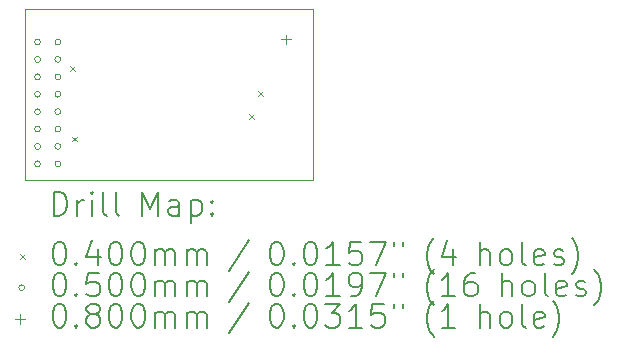
<source format=gbr>
%TF.GenerationSoftware,KiCad,Pcbnew,(7.0.0)*%
%TF.CreationDate,2023-10-24T10:40:37-04:00*%
%TF.ProjectId,Adc Adapter,41646320-4164-4617-9074-65722e6b6963,rev?*%
%TF.SameCoordinates,Original*%
%TF.FileFunction,Drillmap*%
%TF.FilePolarity,Positive*%
%FSLAX45Y45*%
G04 Gerber Fmt 4.5, Leading zero omitted, Abs format (unit mm)*
G04 Created by KiCad (PCBNEW (7.0.0)) date 2023-10-24 10:40:37*
%MOMM*%
%LPD*%
G01*
G04 APERTURE LIST*
%ADD10C,0.100000*%
%ADD11C,0.200000*%
%ADD12C,0.040000*%
%ADD13C,0.050000*%
%ADD14C,0.080000*%
G04 APERTURE END LIST*
D10*
X10487660Y-5999480D02*
X12920980Y-5999480D01*
X12920980Y-5999480D02*
X12920980Y-7452360D01*
X12920980Y-7452360D02*
X10487660Y-7452360D01*
X10487660Y-7452360D02*
X10487660Y-5999480D01*
D11*
D12*
X10868980Y-6484940D02*
X10908980Y-6524940D01*
X10908980Y-6484940D02*
X10868980Y-6524940D01*
X10886760Y-7081840D02*
X10926760Y-7121840D01*
X10926760Y-7081840D02*
X10886760Y-7121840D01*
X12382820Y-6888800D02*
X12422820Y-6928800D01*
X12422820Y-6888800D02*
X12382820Y-6928800D01*
X12461560Y-6698300D02*
X12501560Y-6738300D01*
X12501560Y-6698300D02*
X12461560Y-6738300D01*
D13*
X10616910Y-6281239D02*
G75*
G03*
X10616910Y-6281239I-25000J0D01*
G01*
X10616910Y-6428559D02*
G75*
G03*
X10616910Y-6428559I-25000J0D01*
G01*
X10616910Y-6575879D02*
G75*
G03*
X10616910Y-6575879I-25000J0D01*
G01*
X10616910Y-6723199D02*
G75*
G03*
X10616910Y-6723199I-25000J0D01*
G01*
X10616910Y-6870519D02*
G75*
G03*
X10616910Y-6870519I-25000J0D01*
G01*
X10616910Y-7017839D02*
G75*
G03*
X10616910Y-7017839I-25000J0D01*
G01*
X10616910Y-7165159D02*
G75*
G03*
X10616910Y-7165159I-25000J0D01*
G01*
X10616910Y-7312479D02*
G75*
G03*
X10616910Y-7312479I-25000J0D01*
G01*
X10789410Y-6281239D02*
G75*
G03*
X10789410Y-6281239I-25000J0D01*
G01*
X10789410Y-6428559D02*
G75*
G03*
X10789410Y-6428559I-25000J0D01*
G01*
X10789410Y-6575879D02*
G75*
G03*
X10789410Y-6575879I-25000J0D01*
G01*
X10789410Y-6723199D02*
G75*
G03*
X10789410Y-6723199I-25000J0D01*
G01*
X10789410Y-6870519D02*
G75*
G03*
X10789410Y-6870519I-25000J0D01*
G01*
X10789410Y-7017839D02*
G75*
G03*
X10789410Y-7017839I-25000J0D01*
G01*
X10789410Y-7165159D02*
G75*
G03*
X10789410Y-7165159I-25000J0D01*
G01*
X10789410Y-7312479D02*
G75*
G03*
X10789410Y-7312479I-25000J0D01*
G01*
D14*
X12694920Y-6218560D02*
X12694920Y-6298560D01*
X12654920Y-6258560D02*
X12734920Y-6258560D01*
D11*
X10730279Y-7750836D02*
X10730279Y-7550836D01*
X10730279Y-7550836D02*
X10777898Y-7550836D01*
X10777898Y-7550836D02*
X10806470Y-7560360D01*
X10806470Y-7560360D02*
X10825517Y-7579408D01*
X10825517Y-7579408D02*
X10835041Y-7598455D01*
X10835041Y-7598455D02*
X10844565Y-7636550D01*
X10844565Y-7636550D02*
X10844565Y-7665122D01*
X10844565Y-7665122D02*
X10835041Y-7703217D01*
X10835041Y-7703217D02*
X10825517Y-7722265D01*
X10825517Y-7722265D02*
X10806470Y-7741312D01*
X10806470Y-7741312D02*
X10777898Y-7750836D01*
X10777898Y-7750836D02*
X10730279Y-7750836D01*
X10930279Y-7750836D02*
X10930279Y-7617503D01*
X10930279Y-7655598D02*
X10939803Y-7636550D01*
X10939803Y-7636550D02*
X10949327Y-7627027D01*
X10949327Y-7627027D02*
X10968374Y-7617503D01*
X10968374Y-7617503D02*
X10987422Y-7617503D01*
X11054089Y-7750836D02*
X11054089Y-7617503D01*
X11054089Y-7550836D02*
X11044565Y-7560360D01*
X11044565Y-7560360D02*
X11054089Y-7569884D01*
X11054089Y-7569884D02*
X11063612Y-7560360D01*
X11063612Y-7560360D02*
X11054089Y-7550836D01*
X11054089Y-7550836D02*
X11054089Y-7569884D01*
X11177898Y-7750836D02*
X11158850Y-7741312D01*
X11158850Y-7741312D02*
X11149327Y-7722265D01*
X11149327Y-7722265D02*
X11149327Y-7550836D01*
X11282660Y-7750836D02*
X11263612Y-7741312D01*
X11263612Y-7741312D02*
X11254088Y-7722265D01*
X11254088Y-7722265D02*
X11254088Y-7550836D01*
X11478850Y-7750836D02*
X11478850Y-7550836D01*
X11478850Y-7550836D02*
X11545517Y-7693693D01*
X11545517Y-7693693D02*
X11612184Y-7550836D01*
X11612184Y-7550836D02*
X11612184Y-7750836D01*
X11793136Y-7750836D02*
X11793136Y-7646074D01*
X11793136Y-7646074D02*
X11783612Y-7627027D01*
X11783612Y-7627027D02*
X11764565Y-7617503D01*
X11764565Y-7617503D02*
X11726469Y-7617503D01*
X11726469Y-7617503D02*
X11707422Y-7627027D01*
X11793136Y-7741312D02*
X11774088Y-7750836D01*
X11774088Y-7750836D02*
X11726469Y-7750836D01*
X11726469Y-7750836D02*
X11707422Y-7741312D01*
X11707422Y-7741312D02*
X11697898Y-7722265D01*
X11697898Y-7722265D02*
X11697898Y-7703217D01*
X11697898Y-7703217D02*
X11707422Y-7684169D01*
X11707422Y-7684169D02*
X11726469Y-7674646D01*
X11726469Y-7674646D02*
X11774088Y-7674646D01*
X11774088Y-7674646D02*
X11793136Y-7665122D01*
X11888374Y-7617503D02*
X11888374Y-7817503D01*
X11888374Y-7627027D02*
X11907422Y-7617503D01*
X11907422Y-7617503D02*
X11945517Y-7617503D01*
X11945517Y-7617503D02*
X11964565Y-7627027D01*
X11964565Y-7627027D02*
X11974088Y-7636550D01*
X11974088Y-7636550D02*
X11983612Y-7655598D01*
X11983612Y-7655598D02*
X11983612Y-7712741D01*
X11983612Y-7712741D02*
X11974088Y-7731788D01*
X11974088Y-7731788D02*
X11964565Y-7741312D01*
X11964565Y-7741312D02*
X11945517Y-7750836D01*
X11945517Y-7750836D02*
X11907422Y-7750836D01*
X11907422Y-7750836D02*
X11888374Y-7741312D01*
X12069327Y-7731788D02*
X12078850Y-7741312D01*
X12078850Y-7741312D02*
X12069327Y-7750836D01*
X12069327Y-7750836D02*
X12059803Y-7741312D01*
X12059803Y-7741312D02*
X12069327Y-7731788D01*
X12069327Y-7731788D02*
X12069327Y-7750836D01*
X12069327Y-7627027D02*
X12078850Y-7636550D01*
X12078850Y-7636550D02*
X12069327Y-7646074D01*
X12069327Y-7646074D02*
X12059803Y-7636550D01*
X12059803Y-7636550D02*
X12069327Y-7627027D01*
X12069327Y-7627027D02*
X12069327Y-7646074D01*
D12*
X10442660Y-8077360D02*
X10482660Y-8117360D01*
X10482660Y-8077360D02*
X10442660Y-8117360D01*
D11*
X10768374Y-7970836D02*
X10787422Y-7970836D01*
X10787422Y-7970836D02*
X10806470Y-7980360D01*
X10806470Y-7980360D02*
X10815993Y-7989884D01*
X10815993Y-7989884D02*
X10825517Y-8008931D01*
X10825517Y-8008931D02*
X10835041Y-8047027D01*
X10835041Y-8047027D02*
X10835041Y-8094646D01*
X10835041Y-8094646D02*
X10825517Y-8132741D01*
X10825517Y-8132741D02*
X10815993Y-8151788D01*
X10815993Y-8151788D02*
X10806470Y-8161312D01*
X10806470Y-8161312D02*
X10787422Y-8170836D01*
X10787422Y-8170836D02*
X10768374Y-8170836D01*
X10768374Y-8170836D02*
X10749327Y-8161312D01*
X10749327Y-8161312D02*
X10739803Y-8151788D01*
X10739803Y-8151788D02*
X10730279Y-8132741D01*
X10730279Y-8132741D02*
X10720755Y-8094646D01*
X10720755Y-8094646D02*
X10720755Y-8047027D01*
X10720755Y-8047027D02*
X10730279Y-8008931D01*
X10730279Y-8008931D02*
X10739803Y-7989884D01*
X10739803Y-7989884D02*
X10749327Y-7980360D01*
X10749327Y-7980360D02*
X10768374Y-7970836D01*
X10920755Y-8151788D02*
X10930279Y-8161312D01*
X10930279Y-8161312D02*
X10920755Y-8170836D01*
X10920755Y-8170836D02*
X10911231Y-8161312D01*
X10911231Y-8161312D02*
X10920755Y-8151788D01*
X10920755Y-8151788D02*
X10920755Y-8170836D01*
X11101708Y-8037503D02*
X11101708Y-8170836D01*
X11054089Y-7961312D02*
X11006470Y-8104169D01*
X11006470Y-8104169D02*
X11130279Y-8104169D01*
X11244565Y-7970836D02*
X11263612Y-7970836D01*
X11263612Y-7970836D02*
X11282660Y-7980360D01*
X11282660Y-7980360D02*
X11292184Y-7989884D01*
X11292184Y-7989884D02*
X11301708Y-8008931D01*
X11301708Y-8008931D02*
X11311231Y-8047027D01*
X11311231Y-8047027D02*
X11311231Y-8094646D01*
X11311231Y-8094646D02*
X11301708Y-8132741D01*
X11301708Y-8132741D02*
X11292184Y-8151788D01*
X11292184Y-8151788D02*
X11282660Y-8161312D01*
X11282660Y-8161312D02*
X11263612Y-8170836D01*
X11263612Y-8170836D02*
X11244565Y-8170836D01*
X11244565Y-8170836D02*
X11225517Y-8161312D01*
X11225517Y-8161312D02*
X11215993Y-8151788D01*
X11215993Y-8151788D02*
X11206469Y-8132741D01*
X11206469Y-8132741D02*
X11196946Y-8094646D01*
X11196946Y-8094646D02*
X11196946Y-8047027D01*
X11196946Y-8047027D02*
X11206469Y-8008931D01*
X11206469Y-8008931D02*
X11215993Y-7989884D01*
X11215993Y-7989884D02*
X11225517Y-7980360D01*
X11225517Y-7980360D02*
X11244565Y-7970836D01*
X11435041Y-7970836D02*
X11454089Y-7970836D01*
X11454089Y-7970836D02*
X11473136Y-7980360D01*
X11473136Y-7980360D02*
X11482660Y-7989884D01*
X11482660Y-7989884D02*
X11492184Y-8008931D01*
X11492184Y-8008931D02*
X11501708Y-8047027D01*
X11501708Y-8047027D02*
X11501708Y-8094646D01*
X11501708Y-8094646D02*
X11492184Y-8132741D01*
X11492184Y-8132741D02*
X11482660Y-8151788D01*
X11482660Y-8151788D02*
X11473136Y-8161312D01*
X11473136Y-8161312D02*
X11454089Y-8170836D01*
X11454089Y-8170836D02*
X11435041Y-8170836D01*
X11435041Y-8170836D02*
X11415993Y-8161312D01*
X11415993Y-8161312D02*
X11406469Y-8151788D01*
X11406469Y-8151788D02*
X11396946Y-8132741D01*
X11396946Y-8132741D02*
X11387422Y-8094646D01*
X11387422Y-8094646D02*
X11387422Y-8047027D01*
X11387422Y-8047027D02*
X11396946Y-8008931D01*
X11396946Y-8008931D02*
X11406469Y-7989884D01*
X11406469Y-7989884D02*
X11415993Y-7980360D01*
X11415993Y-7980360D02*
X11435041Y-7970836D01*
X11587422Y-8170836D02*
X11587422Y-8037503D01*
X11587422Y-8056550D02*
X11596946Y-8047027D01*
X11596946Y-8047027D02*
X11615993Y-8037503D01*
X11615993Y-8037503D02*
X11644565Y-8037503D01*
X11644565Y-8037503D02*
X11663612Y-8047027D01*
X11663612Y-8047027D02*
X11673136Y-8066074D01*
X11673136Y-8066074D02*
X11673136Y-8170836D01*
X11673136Y-8066074D02*
X11682660Y-8047027D01*
X11682660Y-8047027D02*
X11701708Y-8037503D01*
X11701708Y-8037503D02*
X11730279Y-8037503D01*
X11730279Y-8037503D02*
X11749327Y-8047027D01*
X11749327Y-8047027D02*
X11758850Y-8066074D01*
X11758850Y-8066074D02*
X11758850Y-8170836D01*
X11854089Y-8170836D02*
X11854089Y-8037503D01*
X11854089Y-8056550D02*
X11863612Y-8047027D01*
X11863612Y-8047027D02*
X11882660Y-8037503D01*
X11882660Y-8037503D02*
X11911231Y-8037503D01*
X11911231Y-8037503D02*
X11930279Y-8047027D01*
X11930279Y-8047027D02*
X11939803Y-8066074D01*
X11939803Y-8066074D02*
X11939803Y-8170836D01*
X11939803Y-8066074D02*
X11949327Y-8047027D01*
X11949327Y-8047027D02*
X11968374Y-8037503D01*
X11968374Y-8037503D02*
X11996946Y-8037503D01*
X11996946Y-8037503D02*
X12015993Y-8047027D01*
X12015993Y-8047027D02*
X12025517Y-8066074D01*
X12025517Y-8066074D02*
X12025517Y-8170836D01*
X12383612Y-7961312D02*
X12212184Y-8218455D01*
X12608374Y-7970836D02*
X12627422Y-7970836D01*
X12627422Y-7970836D02*
X12646470Y-7980360D01*
X12646470Y-7980360D02*
X12655993Y-7989884D01*
X12655993Y-7989884D02*
X12665517Y-8008931D01*
X12665517Y-8008931D02*
X12675041Y-8047027D01*
X12675041Y-8047027D02*
X12675041Y-8094646D01*
X12675041Y-8094646D02*
X12665517Y-8132741D01*
X12665517Y-8132741D02*
X12655993Y-8151788D01*
X12655993Y-8151788D02*
X12646470Y-8161312D01*
X12646470Y-8161312D02*
X12627422Y-8170836D01*
X12627422Y-8170836D02*
X12608374Y-8170836D01*
X12608374Y-8170836D02*
X12589327Y-8161312D01*
X12589327Y-8161312D02*
X12579803Y-8151788D01*
X12579803Y-8151788D02*
X12570279Y-8132741D01*
X12570279Y-8132741D02*
X12560755Y-8094646D01*
X12560755Y-8094646D02*
X12560755Y-8047027D01*
X12560755Y-8047027D02*
X12570279Y-8008931D01*
X12570279Y-8008931D02*
X12579803Y-7989884D01*
X12579803Y-7989884D02*
X12589327Y-7980360D01*
X12589327Y-7980360D02*
X12608374Y-7970836D01*
X12760755Y-8151788D02*
X12770279Y-8161312D01*
X12770279Y-8161312D02*
X12760755Y-8170836D01*
X12760755Y-8170836D02*
X12751231Y-8161312D01*
X12751231Y-8161312D02*
X12760755Y-8151788D01*
X12760755Y-8151788D02*
X12760755Y-8170836D01*
X12894089Y-7970836D02*
X12913136Y-7970836D01*
X12913136Y-7970836D02*
X12932184Y-7980360D01*
X12932184Y-7980360D02*
X12941708Y-7989884D01*
X12941708Y-7989884D02*
X12951231Y-8008931D01*
X12951231Y-8008931D02*
X12960755Y-8047027D01*
X12960755Y-8047027D02*
X12960755Y-8094646D01*
X12960755Y-8094646D02*
X12951231Y-8132741D01*
X12951231Y-8132741D02*
X12941708Y-8151788D01*
X12941708Y-8151788D02*
X12932184Y-8161312D01*
X12932184Y-8161312D02*
X12913136Y-8170836D01*
X12913136Y-8170836D02*
X12894089Y-8170836D01*
X12894089Y-8170836D02*
X12875041Y-8161312D01*
X12875041Y-8161312D02*
X12865517Y-8151788D01*
X12865517Y-8151788D02*
X12855993Y-8132741D01*
X12855993Y-8132741D02*
X12846470Y-8094646D01*
X12846470Y-8094646D02*
X12846470Y-8047027D01*
X12846470Y-8047027D02*
X12855993Y-8008931D01*
X12855993Y-8008931D02*
X12865517Y-7989884D01*
X12865517Y-7989884D02*
X12875041Y-7980360D01*
X12875041Y-7980360D02*
X12894089Y-7970836D01*
X13151231Y-8170836D02*
X13036946Y-8170836D01*
X13094089Y-8170836D02*
X13094089Y-7970836D01*
X13094089Y-7970836D02*
X13075041Y-7999408D01*
X13075041Y-7999408D02*
X13055993Y-8018455D01*
X13055993Y-8018455D02*
X13036946Y-8027979D01*
X13332184Y-7970836D02*
X13236946Y-7970836D01*
X13236946Y-7970836D02*
X13227422Y-8066074D01*
X13227422Y-8066074D02*
X13236946Y-8056550D01*
X13236946Y-8056550D02*
X13255993Y-8047027D01*
X13255993Y-8047027D02*
X13303612Y-8047027D01*
X13303612Y-8047027D02*
X13322660Y-8056550D01*
X13322660Y-8056550D02*
X13332184Y-8066074D01*
X13332184Y-8066074D02*
X13341708Y-8085122D01*
X13341708Y-8085122D02*
X13341708Y-8132741D01*
X13341708Y-8132741D02*
X13332184Y-8151788D01*
X13332184Y-8151788D02*
X13322660Y-8161312D01*
X13322660Y-8161312D02*
X13303612Y-8170836D01*
X13303612Y-8170836D02*
X13255993Y-8170836D01*
X13255993Y-8170836D02*
X13236946Y-8161312D01*
X13236946Y-8161312D02*
X13227422Y-8151788D01*
X13408374Y-7970836D02*
X13541708Y-7970836D01*
X13541708Y-7970836D02*
X13455993Y-8170836D01*
X13608374Y-7970836D02*
X13608374Y-8008931D01*
X13684565Y-7970836D02*
X13684565Y-8008931D01*
X13947422Y-8247027D02*
X13937898Y-8237503D01*
X13937898Y-8237503D02*
X13918851Y-8208931D01*
X13918851Y-8208931D02*
X13909327Y-8189884D01*
X13909327Y-8189884D02*
X13899803Y-8161312D01*
X13899803Y-8161312D02*
X13890279Y-8113693D01*
X13890279Y-8113693D02*
X13890279Y-8075598D01*
X13890279Y-8075598D02*
X13899803Y-8027979D01*
X13899803Y-8027979D02*
X13909327Y-7999408D01*
X13909327Y-7999408D02*
X13918851Y-7980360D01*
X13918851Y-7980360D02*
X13937898Y-7951788D01*
X13937898Y-7951788D02*
X13947422Y-7942265D01*
X14109327Y-8037503D02*
X14109327Y-8170836D01*
X14061708Y-7961312D02*
X14014089Y-8104169D01*
X14014089Y-8104169D02*
X14137898Y-8104169D01*
X14334089Y-8170836D02*
X14334089Y-7970836D01*
X14419803Y-8170836D02*
X14419803Y-8066074D01*
X14419803Y-8066074D02*
X14410279Y-8047027D01*
X14410279Y-8047027D02*
X14391232Y-8037503D01*
X14391232Y-8037503D02*
X14362660Y-8037503D01*
X14362660Y-8037503D02*
X14343612Y-8047027D01*
X14343612Y-8047027D02*
X14334089Y-8056550D01*
X14543612Y-8170836D02*
X14524565Y-8161312D01*
X14524565Y-8161312D02*
X14515041Y-8151788D01*
X14515041Y-8151788D02*
X14505517Y-8132741D01*
X14505517Y-8132741D02*
X14505517Y-8075598D01*
X14505517Y-8075598D02*
X14515041Y-8056550D01*
X14515041Y-8056550D02*
X14524565Y-8047027D01*
X14524565Y-8047027D02*
X14543612Y-8037503D01*
X14543612Y-8037503D02*
X14572184Y-8037503D01*
X14572184Y-8037503D02*
X14591232Y-8047027D01*
X14591232Y-8047027D02*
X14600755Y-8056550D01*
X14600755Y-8056550D02*
X14610279Y-8075598D01*
X14610279Y-8075598D02*
X14610279Y-8132741D01*
X14610279Y-8132741D02*
X14600755Y-8151788D01*
X14600755Y-8151788D02*
X14591232Y-8161312D01*
X14591232Y-8161312D02*
X14572184Y-8170836D01*
X14572184Y-8170836D02*
X14543612Y-8170836D01*
X14724565Y-8170836D02*
X14705517Y-8161312D01*
X14705517Y-8161312D02*
X14695993Y-8142265D01*
X14695993Y-8142265D02*
X14695993Y-7970836D01*
X14876946Y-8161312D02*
X14857898Y-8170836D01*
X14857898Y-8170836D02*
X14819803Y-8170836D01*
X14819803Y-8170836D02*
X14800755Y-8161312D01*
X14800755Y-8161312D02*
X14791232Y-8142265D01*
X14791232Y-8142265D02*
X14791232Y-8066074D01*
X14791232Y-8066074D02*
X14800755Y-8047027D01*
X14800755Y-8047027D02*
X14819803Y-8037503D01*
X14819803Y-8037503D02*
X14857898Y-8037503D01*
X14857898Y-8037503D02*
X14876946Y-8047027D01*
X14876946Y-8047027D02*
X14886470Y-8066074D01*
X14886470Y-8066074D02*
X14886470Y-8085122D01*
X14886470Y-8085122D02*
X14791232Y-8104169D01*
X14962660Y-8161312D02*
X14981708Y-8170836D01*
X14981708Y-8170836D02*
X15019803Y-8170836D01*
X15019803Y-8170836D02*
X15038851Y-8161312D01*
X15038851Y-8161312D02*
X15048374Y-8142265D01*
X15048374Y-8142265D02*
X15048374Y-8132741D01*
X15048374Y-8132741D02*
X15038851Y-8113693D01*
X15038851Y-8113693D02*
X15019803Y-8104169D01*
X15019803Y-8104169D02*
X14991232Y-8104169D01*
X14991232Y-8104169D02*
X14972184Y-8094646D01*
X14972184Y-8094646D02*
X14962660Y-8075598D01*
X14962660Y-8075598D02*
X14962660Y-8066074D01*
X14962660Y-8066074D02*
X14972184Y-8047027D01*
X14972184Y-8047027D02*
X14991232Y-8037503D01*
X14991232Y-8037503D02*
X15019803Y-8037503D01*
X15019803Y-8037503D02*
X15038851Y-8047027D01*
X15115041Y-8247027D02*
X15124565Y-8237503D01*
X15124565Y-8237503D02*
X15143613Y-8208931D01*
X15143613Y-8208931D02*
X15153136Y-8189884D01*
X15153136Y-8189884D02*
X15162660Y-8161312D01*
X15162660Y-8161312D02*
X15172184Y-8113693D01*
X15172184Y-8113693D02*
X15172184Y-8075598D01*
X15172184Y-8075598D02*
X15162660Y-8027979D01*
X15162660Y-8027979D02*
X15153136Y-7999408D01*
X15153136Y-7999408D02*
X15143613Y-7980360D01*
X15143613Y-7980360D02*
X15124565Y-7951788D01*
X15124565Y-7951788D02*
X15115041Y-7942265D01*
D13*
X10482660Y-8361360D02*
G75*
G03*
X10482660Y-8361360I-25000J0D01*
G01*
D11*
X10768374Y-8234836D02*
X10787422Y-8234836D01*
X10787422Y-8234836D02*
X10806470Y-8244360D01*
X10806470Y-8244360D02*
X10815993Y-8253884D01*
X10815993Y-8253884D02*
X10825517Y-8272931D01*
X10825517Y-8272931D02*
X10835041Y-8311027D01*
X10835041Y-8311027D02*
X10835041Y-8358646D01*
X10835041Y-8358646D02*
X10825517Y-8396741D01*
X10825517Y-8396741D02*
X10815993Y-8415789D01*
X10815993Y-8415789D02*
X10806470Y-8425312D01*
X10806470Y-8425312D02*
X10787422Y-8434836D01*
X10787422Y-8434836D02*
X10768374Y-8434836D01*
X10768374Y-8434836D02*
X10749327Y-8425312D01*
X10749327Y-8425312D02*
X10739803Y-8415789D01*
X10739803Y-8415789D02*
X10730279Y-8396741D01*
X10730279Y-8396741D02*
X10720755Y-8358646D01*
X10720755Y-8358646D02*
X10720755Y-8311027D01*
X10720755Y-8311027D02*
X10730279Y-8272931D01*
X10730279Y-8272931D02*
X10739803Y-8253884D01*
X10739803Y-8253884D02*
X10749327Y-8244360D01*
X10749327Y-8244360D02*
X10768374Y-8234836D01*
X10920755Y-8415789D02*
X10930279Y-8425312D01*
X10930279Y-8425312D02*
X10920755Y-8434836D01*
X10920755Y-8434836D02*
X10911231Y-8425312D01*
X10911231Y-8425312D02*
X10920755Y-8415789D01*
X10920755Y-8415789D02*
X10920755Y-8434836D01*
X11111231Y-8234836D02*
X11015993Y-8234836D01*
X11015993Y-8234836D02*
X11006470Y-8330074D01*
X11006470Y-8330074D02*
X11015993Y-8320550D01*
X11015993Y-8320550D02*
X11035041Y-8311027D01*
X11035041Y-8311027D02*
X11082660Y-8311027D01*
X11082660Y-8311027D02*
X11101708Y-8320550D01*
X11101708Y-8320550D02*
X11111231Y-8330074D01*
X11111231Y-8330074D02*
X11120755Y-8349122D01*
X11120755Y-8349122D02*
X11120755Y-8396741D01*
X11120755Y-8396741D02*
X11111231Y-8415789D01*
X11111231Y-8415789D02*
X11101708Y-8425312D01*
X11101708Y-8425312D02*
X11082660Y-8434836D01*
X11082660Y-8434836D02*
X11035041Y-8434836D01*
X11035041Y-8434836D02*
X11015993Y-8425312D01*
X11015993Y-8425312D02*
X11006470Y-8415789D01*
X11244565Y-8234836D02*
X11263612Y-8234836D01*
X11263612Y-8234836D02*
X11282660Y-8244360D01*
X11282660Y-8244360D02*
X11292184Y-8253884D01*
X11292184Y-8253884D02*
X11301708Y-8272931D01*
X11301708Y-8272931D02*
X11311231Y-8311027D01*
X11311231Y-8311027D02*
X11311231Y-8358646D01*
X11311231Y-8358646D02*
X11301708Y-8396741D01*
X11301708Y-8396741D02*
X11292184Y-8415789D01*
X11292184Y-8415789D02*
X11282660Y-8425312D01*
X11282660Y-8425312D02*
X11263612Y-8434836D01*
X11263612Y-8434836D02*
X11244565Y-8434836D01*
X11244565Y-8434836D02*
X11225517Y-8425312D01*
X11225517Y-8425312D02*
X11215993Y-8415789D01*
X11215993Y-8415789D02*
X11206469Y-8396741D01*
X11206469Y-8396741D02*
X11196946Y-8358646D01*
X11196946Y-8358646D02*
X11196946Y-8311027D01*
X11196946Y-8311027D02*
X11206469Y-8272931D01*
X11206469Y-8272931D02*
X11215993Y-8253884D01*
X11215993Y-8253884D02*
X11225517Y-8244360D01*
X11225517Y-8244360D02*
X11244565Y-8234836D01*
X11435041Y-8234836D02*
X11454089Y-8234836D01*
X11454089Y-8234836D02*
X11473136Y-8244360D01*
X11473136Y-8244360D02*
X11482660Y-8253884D01*
X11482660Y-8253884D02*
X11492184Y-8272931D01*
X11492184Y-8272931D02*
X11501708Y-8311027D01*
X11501708Y-8311027D02*
X11501708Y-8358646D01*
X11501708Y-8358646D02*
X11492184Y-8396741D01*
X11492184Y-8396741D02*
X11482660Y-8415789D01*
X11482660Y-8415789D02*
X11473136Y-8425312D01*
X11473136Y-8425312D02*
X11454089Y-8434836D01*
X11454089Y-8434836D02*
X11435041Y-8434836D01*
X11435041Y-8434836D02*
X11415993Y-8425312D01*
X11415993Y-8425312D02*
X11406469Y-8415789D01*
X11406469Y-8415789D02*
X11396946Y-8396741D01*
X11396946Y-8396741D02*
X11387422Y-8358646D01*
X11387422Y-8358646D02*
X11387422Y-8311027D01*
X11387422Y-8311027D02*
X11396946Y-8272931D01*
X11396946Y-8272931D02*
X11406469Y-8253884D01*
X11406469Y-8253884D02*
X11415993Y-8244360D01*
X11415993Y-8244360D02*
X11435041Y-8234836D01*
X11587422Y-8434836D02*
X11587422Y-8301503D01*
X11587422Y-8320550D02*
X11596946Y-8311027D01*
X11596946Y-8311027D02*
X11615993Y-8301503D01*
X11615993Y-8301503D02*
X11644565Y-8301503D01*
X11644565Y-8301503D02*
X11663612Y-8311027D01*
X11663612Y-8311027D02*
X11673136Y-8330074D01*
X11673136Y-8330074D02*
X11673136Y-8434836D01*
X11673136Y-8330074D02*
X11682660Y-8311027D01*
X11682660Y-8311027D02*
X11701708Y-8301503D01*
X11701708Y-8301503D02*
X11730279Y-8301503D01*
X11730279Y-8301503D02*
X11749327Y-8311027D01*
X11749327Y-8311027D02*
X11758850Y-8330074D01*
X11758850Y-8330074D02*
X11758850Y-8434836D01*
X11854089Y-8434836D02*
X11854089Y-8301503D01*
X11854089Y-8320550D02*
X11863612Y-8311027D01*
X11863612Y-8311027D02*
X11882660Y-8301503D01*
X11882660Y-8301503D02*
X11911231Y-8301503D01*
X11911231Y-8301503D02*
X11930279Y-8311027D01*
X11930279Y-8311027D02*
X11939803Y-8330074D01*
X11939803Y-8330074D02*
X11939803Y-8434836D01*
X11939803Y-8330074D02*
X11949327Y-8311027D01*
X11949327Y-8311027D02*
X11968374Y-8301503D01*
X11968374Y-8301503D02*
X11996946Y-8301503D01*
X11996946Y-8301503D02*
X12015993Y-8311027D01*
X12015993Y-8311027D02*
X12025517Y-8330074D01*
X12025517Y-8330074D02*
X12025517Y-8434836D01*
X12383612Y-8225312D02*
X12212184Y-8482455D01*
X12608374Y-8234836D02*
X12627422Y-8234836D01*
X12627422Y-8234836D02*
X12646470Y-8244360D01*
X12646470Y-8244360D02*
X12655993Y-8253884D01*
X12655993Y-8253884D02*
X12665517Y-8272931D01*
X12665517Y-8272931D02*
X12675041Y-8311027D01*
X12675041Y-8311027D02*
X12675041Y-8358646D01*
X12675041Y-8358646D02*
X12665517Y-8396741D01*
X12665517Y-8396741D02*
X12655993Y-8415789D01*
X12655993Y-8415789D02*
X12646470Y-8425312D01*
X12646470Y-8425312D02*
X12627422Y-8434836D01*
X12627422Y-8434836D02*
X12608374Y-8434836D01*
X12608374Y-8434836D02*
X12589327Y-8425312D01*
X12589327Y-8425312D02*
X12579803Y-8415789D01*
X12579803Y-8415789D02*
X12570279Y-8396741D01*
X12570279Y-8396741D02*
X12560755Y-8358646D01*
X12560755Y-8358646D02*
X12560755Y-8311027D01*
X12560755Y-8311027D02*
X12570279Y-8272931D01*
X12570279Y-8272931D02*
X12579803Y-8253884D01*
X12579803Y-8253884D02*
X12589327Y-8244360D01*
X12589327Y-8244360D02*
X12608374Y-8234836D01*
X12760755Y-8415789D02*
X12770279Y-8425312D01*
X12770279Y-8425312D02*
X12760755Y-8434836D01*
X12760755Y-8434836D02*
X12751231Y-8425312D01*
X12751231Y-8425312D02*
X12760755Y-8415789D01*
X12760755Y-8415789D02*
X12760755Y-8434836D01*
X12894089Y-8234836D02*
X12913136Y-8234836D01*
X12913136Y-8234836D02*
X12932184Y-8244360D01*
X12932184Y-8244360D02*
X12941708Y-8253884D01*
X12941708Y-8253884D02*
X12951231Y-8272931D01*
X12951231Y-8272931D02*
X12960755Y-8311027D01*
X12960755Y-8311027D02*
X12960755Y-8358646D01*
X12960755Y-8358646D02*
X12951231Y-8396741D01*
X12951231Y-8396741D02*
X12941708Y-8415789D01*
X12941708Y-8415789D02*
X12932184Y-8425312D01*
X12932184Y-8425312D02*
X12913136Y-8434836D01*
X12913136Y-8434836D02*
X12894089Y-8434836D01*
X12894089Y-8434836D02*
X12875041Y-8425312D01*
X12875041Y-8425312D02*
X12865517Y-8415789D01*
X12865517Y-8415789D02*
X12855993Y-8396741D01*
X12855993Y-8396741D02*
X12846470Y-8358646D01*
X12846470Y-8358646D02*
X12846470Y-8311027D01*
X12846470Y-8311027D02*
X12855993Y-8272931D01*
X12855993Y-8272931D02*
X12865517Y-8253884D01*
X12865517Y-8253884D02*
X12875041Y-8244360D01*
X12875041Y-8244360D02*
X12894089Y-8234836D01*
X13151231Y-8434836D02*
X13036946Y-8434836D01*
X13094089Y-8434836D02*
X13094089Y-8234836D01*
X13094089Y-8234836D02*
X13075041Y-8263408D01*
X13075041Y-8263408D02*
X13055993Y-8282455D01*
X13055993Y-8282455D02*
X13036946Y-8291979D01*
X13246470Y-8434836D02*
X13284565Y-8434836D01*
X13284565Y-8434836D02*
X13303612Y-8425312D01*
X13303612Y-8425312D02*
X13313136Y-8415789D01*
X13313136Y-8415789D02*
X13332184Y-8387217D01*
X13332184Y-8387217D02*
X13341708Y-8349122D01*
X13341708Y-8349122D02*
X13341708Y-8272931D01*
X13341708Y-8272931D02*
X13332184Y-8253884D01*
X13332184Y-8253884D02*
X13322660Y-8244360D01*
X13322660Y-8244360D02*
X13303612Y-8234836D01*
X13303612Y-8234836D02*
X13265517Y-8234836D01*
X13265517Y-8234836D02*
X13246470Y-8244360D01*
X13246470Y-8244360D02*
X13236946Y-8253884D01*
X13236946Y-8253884D02*
X13227422Y-8272931D01*
X13227422Y-8272931D02*
X13227422Y-8320550D01*
X13227422Y-8320550D02*
X13236946Y-8339598D01*
X13236946Y-8339598D02*
X13246470Y-8349122D01*
X13246470Y-8349122D02*
X13265517Y-8358646D01*
X13265517Y-8358646D02*
X13303612Y-8358646D01*
X13303612Y-8358646D02*
X13322660Y-8349122D01*
X13322660Y-8349122D02*
X13332184Y-8339598D01*
X13332184Y-8339598D02*
X13341708Y-8320550D01*
X13408374Y-8234836D02*
X13541708Y-8234836D01*
X13541708Y-8234836D02*
X13455993Y-8434836D01*
X13608374Y-8234836D02*
X13608374Y-8272931D01*
X13684565Y-8234836D02*
X13684565Y-8272931D01*
X13947422Y-8511027D02*
X13937898Y-8501503D01*
X13937898Y-8501503D02*
X13918851Y-8472931D01*
X13918851Y-8472931D02*
X13909327Y-8453884D01*
X13909327Y-8453884D02*
X13899803Y-8425312D01*
X13899803Y-8425312D02*
X13890279Y-8377693D01*
X13890279Y-8377693D02*
X13890279Y-8339598D01*
X13890279Y-8339598D02*
X13899803Y-8291979D01*
X13899803Y-8291979D02*
X13909327Y-8263408D01*
X13909327Y-8263408D02*
X13918851Y-8244360D01*
X13918851Y-8244360D02*
X13937898Y-8215788D01*
X13937898Y-8215788D02*
X13947422Y-8206265D01*
X14128374Y-8434836D02*
X14014089Y-8434836D01*
X14071231Y-8434836D02*
X14071231Y-8234836D01*
X14071231Y-8234836D02*
X14052184Y-8263408D01*
X14052184Y-8263408D02*
X14033136Y-8282455D01*
X14033136Y-8282455D02*
X14014089Y-8291979D01*
X14299803Y-8234836D02*
X14261708Y-8234836D01*
X14261708Y-8234836D02*
X14242660Y-8244360D01*
X14242660Y-8244360D02*
X14233136Y-8253884D01*
X14233136Y-8253884D02*
X14214089Y-8282455D01*
X14214089Y-8282455D02*
X14204565Y-8320550D01*
X14204565Y-8320550D02*
X14204565Y-8396741D01*
X14204565Y-8396741D02*
X14214089Y-8415789D01*
X14214089Y-8415789D02*
X14223612Y-8425312D01*
X14223612Y-8425312D02*
X14242660Y-8434836D01*
X14242660Y-8434836D02*
X14280755Y-8434836D01*
X14280755Y-8434836D02*
X14299803Y-8425312D01*
X14299803Y-8425312D02*
X14309327Y-8415789D01*
X14309327Y-8415789D02*
X14318851Y-8396741D01*
X14318851Y-8396741D02*
X14318851Y-8349122D01*
X14318851Y-8349122D02*
X14309327Y-8330074D01*
X14309327Y-8330074D02*
X14299803Y-8320550D01*
X14299803Y-8320550D02*
X14280755Y-8311027D01*
X14280755Y-8311027D02*
X14242660Y-8311027D01*
X14242660Y-8311027D02*
X14223612Y-8320550D01*
X14223612Y-8320550D02*
X14214089Y-8330074D01*
X14214089Y-8330074D02*
X14204565Y-8349122D01*
X14524565Y-8434836D02*
X14524565Y-8234836D01*
X14610279Y-8434836D02*
X14610279Y-8330074D01*
X14610279Y-8330074D02*
X14600755Y-8311027D01*
X14600755Y-8311027D02*
X14581708Y-8301503D01*
X14581708Y-8301503D02*
X14553136Y-8301503D01*
X14553136Y-8301503D02*
X14534089Y-8311027D01*
X14534089Y-8311027D02*
X14524565Y-8320550D01*
X14734089Y-8434836D02*
X14715041Y-8425312D01*
X14715041Y-8425312D02*
X14705517Y-8415789D01*
X14705517Y-8415789D02*
X14695993Y-8396741D01*
X14695993Y-8396741D02*
X14695993Y-8339598D01*
X14695993Y-8339598D02*
X14705517Y-8320550D01*
X14705517Y-8320550D02*
X14715041Y-8311027D01*
X14715041Y-8311027D02*
X14734089Y-8301503D01*
X14734089Y-8301503D02*
X14762660Y-8301503D01*
X14762660Y-8301503D02*
X14781708Y-8311027D01*
X14781708Y-8311027D02*
X14791232Y-8320550D01*
X14791232Y-8320550D02*
X14800755Y-8339598D01*
X14800755Y-8339598D02*
X14800755Y-8396741D01*
X14800755Y-8396741D02*
X14791232Y-8415789D01*
X14791232Y-8415789D02*
X14781708Y-8425312D01*
X14781708Y-8425312D02*
X14762660Y-8434836D01*
X14762660Y-8434836D02*
X14734089Y-8434836D01*
X14915041Y-8434836D02*
X14895993Y-8425312D01*
X14895993Y-8425312D02*
X14886470Y-8406265D01*
X14886470Y-8406265D02*
X14886470Y-8234836D01*
X15067422Y-8425312D02*
X15048374Y-8434836D01*
X15048374Y-8434836D02*
X15010279Y-8434836D01*
X15010279Y-8434836D02*
X14991232Y-8425312D01*
X14991232Y-8425312D02*
X14981708Y-8406265D01*
X14981708Y-8406265D02*
X14981708Y-8330074D01*
X14981708Y-8330074D02*
X14991232Y-8311027D01*
X14991232Y-8311027D02*
X15010279Y-8301503D01*
X15010279Y-8301503D02*
X15048374Y-8301503D01*
X15048374Y-8301503D02*
X15067422Y-8311027D01*
X15067422Y-8311027D02*
X15076946Y-8330074D01*
X15076946Y-8330074D02*
X15076946Y-8349122D01*
X15076946Y-8349122D02*
X14981708Y-8368169D01*
X15153136Y-8425312D02*
X15172184Y-8434836D01*
X15172184Y-8434836D02*
X15210279Y-8434836D01*
X15210279Y-8434836D02*
X15229327Y-8425312D01*
X15229327Y-8425312D02*
X15238851Y-8406265D01*
X15238851Y-8406265D02*
X15238851Y-8396741D01*
X15238851Y-8396741D02*
X15229327Y-8377693D01*
X15229327Y-8377693D02*
X15210279Y-8368169D01*
X15210279Y-8368169D02*
X15181708Y-8368169D01*
X15181708Y-8368169D02*
X15162660Y-8358646D01*
X15162660Y-8358646D02*
X15153136Y-8339598D01*
X15153136Y-8339598D02*
X15153136Y-8330074D01*
X15153136Y-8330074D02*
X15162660Y-8311027D01*
X15162660Y-8311027D02*
X15181708Y-8301503D01*
X15181708Y-8301503D02*
X15210279Y-8301503D01*
X15210279Y-8301503D02*
X15229327Y-8311027D01*
X15305517Y-8511027D02*
X15315041Y-8501503D01*
X15315041Y-8501503D02*
X15334089Y-8472931D01*
X15334089Y-8472931D02*
X15343613Y-8453884D01*
X15343613Y-8453884D02*
X15353136Y-8425312D01*
X15353136Y-8425312D02*
X15362660Y-8377693D01*
X15362660Y-8377693D02*
X15362660Y-8339598D01*
X15362660Y-8339598D02*
X15353136Y-8291979D01*
X15353136Y-8291979D02*
X15343613Y-8263408D01*
X15343613Y-8263408D02*
X15334089Y-8244360D01*
X15334089Y-8244360D02*
X15315041Y-8215788D01*
X15315041Y-8215788D02*
X15305517Y-8206265D01*
D14*
X10442660Y-8585360D02*
X10442660Y-8665360D01*
X10402660Y-8625360D02*
X10482660Y-8625360D01*
D11*
X10768374Y-8498836D02*
X10787422Y-8498836D01*
X10787422Y-8498836D02*
X10806470Y-8508360D01*
X10806470Y-8508360D02*
X10815993Y-8517884D01*
X10815993Y-8517884D02*
X10825517Y-8536931D01*
X10825517Y-8536931D02*
X10835041Y-8575027D01*
X10835041Y-8575027D02*
X10835041Y-8622646D01*
X10835041Y-8622646D02*
X10825517Y-8660741D01*
X10825517Y-8660741D02*
X10815993Y-8679789D01*
X10815993Y-8679789D02*
X10806470Y-8689312D01*
X10806470Y-8689312D02*
X10787422Y-8698836D01*
X10787422Y-8698836D02*
X10768374Y-8698836D01*
X10768374Y-8698836D02*
X10749327Y-8689312D01*
X10749327Y-8689312D02*
X10739803Y-8679789D01*
X10739803Y-8679789D02*
X10730279Y-8660741D01*
X10730279Y-8660741D02*
X10720755Y-8622646D01*
X10720755Y-8622646D02*
X10720755Y-8575027D01*
X10720755Y-8575027D02*
X10730279Y-8536931D01*
X10730279Y-8536931D02*
X10739803Y-8517884D01*
X10739803Y-8517884D02*
X10749327Y-8508360D01*
X10749327Y-8508360D02*
X10768374Y-8498836D01*
X10920755Y-8679789D02*
X10930279Y-8689312D01*
X10930279Y-8689312D02*
X10920755Y-8698836D01*
X10920755Y-8698836D02*
X10911231Y-8689312D01*
X10911231Y-8689312D02*
X10920755Y-8679789D01*
X10920755Y-8679789D02*
X10920755Y-8698836D01*
X11044565Y-8584550D02*
X11025517Y-8575027D01*
X11025517Y-8575027D02*
X11015993Y-8565503D01*
X11015993Y-8565503D02*
X11006470Y-8546455D01*
X11006470Y-8546455D02*
X11006470Y-8536931D01*
X11006470Y-8536931D02*
X11015993Y-8517884D01*
X11015993Y-8517884D02*
X11025517Y-8508360D01*
X11025517Y-8508360D02*
X11044565Y-8498836D01*
X11044565Y-8498836D02*
X11082660Y-8498836D01*
X11082660Y-8498836D02*
X11101708Y-8508360D01*
X11101708Y-8508360D02*
X11111231Y-8517884D01*
X11111231Y-8517884D02*
X11120755Y-8536931D01*
X11120755Y-8536931D02*
X11120755Y-8546455D01*
X11120755Y-8546455D02*
X11111231Y-8565503D01*
X11111231Y-8565503D02*
X11101708Y-8575027D01*
X11101708Y-8575027D02*
X11082660Y-8584550D01*
X11082660Y-8584550D02*
X11044565Y-8584550D01*
X11044565Y-8584550D02*
X11025517Y-8594074D01*
X11025517Y-8594074D02*
X11015993Y-8603598D01*
X11015993Y-8603598D02*
X11006470Y-8622646D01*
X11006470Y-8622646D02*
X11006470Y-8660741D01*
X11006470Y-8660741D02*
X11015993Y-8679789D01*
X11015993Y-8679789D02*
X11025517Y-8689312D01*
X11025517Y-8689312D02*
X11044565Y-8698836D01*
X11044565Y-8698836D02*
X11082660Y-8698836D01*
X11082660Y-8698836D02*
X11101708Y-8689312D01*
X11101708Y-8689312D02*
X11111231Y-8679789D01*
X11111231Y-8679789D02*
X11120755Y-8660741D01*
X11120755Y-8660741D02*
X11120755Y-8622646D01*
X11120755Y-8622646D02*
X11111231Y-8603598D01*
X11111231Y-8603598D02*
X11101708Y-8594074D01*
X11101708Y-8594074D02*
X11082660Y-8584550D01*
X11244565Y-8498836D02*
X11263612Y-8498836D01*
X11263612Y-8498836D02*
X11282660Y-8508360D01*
X11282660Y-8508360D02*
X11292184Y-8517884D01*
X11292184Y-8517884D02*
X11301708Y-8536931D01*
X11301708Y-8536931D02*
X11311231Y-8575027D01*
X11311231Y-8575027D02*
X11311231Y-8622646D01*
X11311231Y-8622646D02*
X11301708Y-8660741D01*
X11301708Y-8660741D02*
X11292184Y-8679789D01*
X11292184Y-8679789D02*
X11282660Y-8689312D01*
X11282660Y-8689312D02*
X11263612Y-8698836D01*
X11263612Y-8698836D02*
X11244565Y-8698836D01*
X11244565Y-8698836D02*
X11225517Y-8689312D01*
X11225517Y-8689312D02*
X11215993Y-8679789D01*
X11215993Y-8679789D02*
X11206469Y-8660741D01*
X11206469Y-8660741D02*
X11196946Y-8622646D01*
X11196946Y-8622646D02*
X11196946Y-8575027D01*
X11196946Y-8575027D02*
X11206469Y-8536931D01*
X11206469Y-8536931D02*
X11215993Y-8517884D01*
X11215993Y-8517884D02*
X11225517Y-8508360D01*
X11225517Y-8508360D02*
X11244565Y-8498836D01*
X11435041Y-8498836D02*
X11454089Y-8498836D01*
X11454089Y-8498836D02*
X11473136Y-8508360D01*
X11473136Y-8508360D02*
X11482660Y-8517884D01*
X11482660Y-8517884D02*
X11492184Y-8536931D01*
X11492184Y-8536931D02*
X11501708Y-8575027D01*
X11501708Y-8575027D02*
X11501708Y-8622646D01*
X11501708Y-8622646D02*
X11492184Y-8660741D01*
X11492184Y-8660741D02*
X11482660Y-8679789D01*
X11482660Y-8679789D02*
X11473136Y-8689312D01*
X11473136Y-8689312D02*
X11454089Y-8698836D01*
X11454089Y-8698836D02*
X11435041Y-8698836D01*
X11435041Y-8698836D02*
X11415993Y-8689312D01*
X11415993Y-8689312D02*
X11406469Y-8679789D01*
X11406469Y-8679789D02*
X11396946Y-8660741D01*
X11396946Y-8660741D02*
X11387422Y-8622646D01*
X11387422Y-8622646D02*
X11387422Y-8575027D01*
X11387422Y-8575027D02*
X11396946Y-8536931D01*
X11396946Y-8536931D02*
X11406469Y-8517884D01*
X11406469Y-8517884D02*
X11415993Y-8508360D01*
X11415993Y-8508360D02*
X11435041Y-8498836D01*
X11587422Y-8698836D02*
X11587422Y-8565503D01*
X11587422Y-8584550D02*
X11596946Y-8575027D01*
X11596946Y-8575027D02*
X11615993Y-8565503D01*
X11615993Y-8565503D02*
X11644565Y-8565503D01*
X11644565Y-8565503D02*
X11663612Y-8575027D01*
X11663612Y-8575027D02*
X11673136Y-8594074D01*
X11673136Y-8594074D02*
X11673136Y-8698836D01*
X11673136Y-8594074D02*
X11682660Y-8575027D01*
X11682660Y-8575027D02*
X11701708Y-8565503D01*
X11701708Y-8565503D02*
X11730279Y-8565503D01*
X11730279Y-8565503D02*
X11749327Y-8575027D01*
X11749327Y-8575027D02*
X11758850Y-8594074D01*
X11758850Y-8594074D02*
X11758850Y-8698836D01*
X11854089Y-8698836D02*
X11854089Y-8565503D01*
X11854089Y-8584550D02*
X11863612Y-8575027D01*
X11863612Y-8575027D02*
X11882660Y-8565503D01*
X11882660Y-8565503D02*
X11911231Y-8565503D01*
X11911231Y-8565503D02*
X11930279Y-8575027D01*
X11930279Y-8575027D02*
X11939803Y-8594074D01*
X11939803Y-8594074D02*
X11939803Y-8698836D01*
X11939803Y-8594074D02*
X11949327Y-8575027D01*
X11949327Y-8575027D02*
X11968374Y-8565503D01*
X11968374Y-8565503D02*
X11996946Y-8565503D01*
X11996946Y-8565503D02*
X12015993Y-8575027D01*
X12015993Y-8575027D02*
X12025517Y-8594074D01*
X12025517Y-8594074D02*
X12025517Y-8698836D01*
X12383612Y-8489312D02*
X12212184Y-8746455D01*
X12608374Y-8498836D02*
X12627422Y-8498836D01*
X12627422Y-8498836D02*
X12646470Y-8508360D01*
X12646470Y-8508360D02*
X12655993Y-8517884D01*
X12655993Y-8517884D02*
X12665517Y-8536931D01*
X12665517Y-8536931D02*
X12675041Y-8575027D01*
X12675041Y-8575027D02*
X12675041Y-8622646D01*
X12675041Y-8622646D02*
X12665517Y-8660741D01*
X12665517Y-8660741D02*
X12655993Y-8679789D01*
X12655993Y-8679789D02*
X12646470Y-8689312D01*
X12646470Y-8689312D02*
X12627422Y-8698836D01*
X12627422Y-8698836D02*
X12608374Y-8698836D01*
X12608374Y-8698836D02*
X12589327Y-8689312D01*
X12589327Y-8689312D02*
X12579803Y-8679789D01*
X12579803Y-8679789D02*
X12570279Y-8660741D01*
X12570279Y-8660741D02*
X12560755Y-8622646D01*
X12560755Y-8622646D02*
X12560755Y-8575027D01*
X12560755Y-8575027D02*
X12570279Y-8536931D01*
X12570279Y-8536931D02*
X12579803Y-8517884D01*
X12579803Y-8517884D02*
X12589327Y-8508360D01*
X12589327Y-8508360D02*
X12608374Y-8498836D01*
X12760755Y-8679789D02*
X12770279Y-8689312D01*
X12770279Y-8689312D02*
X12760755Y-8698836D01*
X12760755Y-8698836D02*
X12751231Y-8689312D01*
X12751231Y-8689312D02*
X12760755Y-8679789D01*
X12760755Y-8679789D02*
X12760755Y-8698836D01*
X12894089Y-8498836D02*
X12913136Y-8498836D01*
X12913136Y-8498836D02*
X12932184Y-8508360D01*
X12932184Y-8508360D02*
X12941708Y-8517884D01*
X12941708Y-8517884D02*
X12951231Y-8536931D01*
X12951231Y-8536931D02*
X12960755Y-8575027D01*
X12960755Y-8575027D02*
X12960755Y-8622646D01*
X12960755Y-8622646D02*
X12951231Y-8660741D01*
X12951231Y-8660741D02*
X12941708Y-8679789D01*
X12941708Y-8679789D02*
X12932184Y-8689312D01*
X12932184Y-8689312D02*
X12913136Y-8698836D01*
X12913136Y-8698836D02*
X12894089Y-8698836D01*
X12894089Y-8698836D02*
X12875041Y-8689312D01*
X12875041Y-8689312D02*
X12865517Y-8679789D01*
X12865517Y-8679789D02*
X12855993Y-8660741D01*
X12855993Y-8660741D02*
X12846470Y-8622646D01*
X12846470Y-8622646D02*
X12846470Y-8575027D01*
X12846470Y-8575027D02*
X12855993Y-8536931D01*
X12855993Y-8536931D02*
X12865517Y-8517884D01*
X12865517Y-8517884D02*
X12875041Y-8508360D01*
X12875041Y-8508360D02*
X12894089Y-8498836D01*
X13027422Y-8498836D02*
X13151231Y-8498836D01*
X13151231Y-8498836D02*
X13084565Y-8575027D01*
X13084565Y-8575027D02*
X13113136Y-8575027D01*
X13113136Y-8575027D02*
X13132184Y-8584550D01*
X13132184Y-8584550D02*
X13141708Y-8594074D01*
X13141708Y-8594074D02*
X13151231Y-8613122D01*
X13151231Y-8613122D02*
X13151231Y-8660741D01*
X13151231Y-8660741D02*
X13141708Y-8679789D01*
X13141708Y-8679789D02*
X13132184Y-8689312D01*
X13132184Y-8689312D02*
X13113136Y-8698836D01*
X13113136Y-8698836D02*
X13055993Y-8698836D01*
X13055993Y-8698836D02*
X13036946Y-8689312D01*
X13036946Y-8689312D02*
X13027422Y-8679789D01*
X13341708Y-8698836D02*
X13227422Y-8698836D01*
X13284565Y-8698836D02*
X13284565Y-8498836D01*
X13284565Y-8498836D02*
X13265517Y-8527408D01*
X13265517Y-8527408D02*
X13246470Y-8546455D01*
X13246470Y-8546455D02*
X13227422Y-8555979D01*
X13522660Y-8498836D02*
X13427422Y-8498836D01*
X13427422Y-8498836D02*
X13417898Y-8594074D01*
X13417898Y-8594074D02*
X13427422Y-8584550D01*
X13427422Y-8584550D02*
X13446470Y-8575027D01*
X13446470Y-8575027D02*
X13494089Y-8575027D01*
X13494089Y-8575027D02*
X13513136Y-8584550D01*
X13513136Y-8584550D02*
X13522660Y-8594074D01*
X13522660Y-8594074D02*
X13532184Y-8613122D01*
X13532184Y-8613122D02*
X13532184Y-8660741D01*
X13532184Y-8660741D02*
X13522660Y-8679789D01*
X13522660Y-8679789D02*
X13513136Y-8689312D01*
X13513136Y-8689312D02*
X13494089Y-8698836D01*
X13494089Y-8698836D02*
X13446470Y-8698836D01*
X13446470Y-8698836D02*
X13427422Y-8689312D01*
X13427422Y-8689312D02*
X13417898Y-8679789D01*
X13608374Y-8498836D02*
X13608374Y-8536931D01*
X13684565Y-8498836D02*
X13684565Y-8536931D01*
X13947422Y-8775027D02*
X13937898Y-8765503D01*
X13937898Y-8765503D02*
X13918851Y-8736931D01*
X13918851Y-8736931D02*
X13909327Y-8717884D01*
X13909327Y-8717884D02*
X13899803Y-8689312D01*
X13899803Y-8689312D02*
X13890279Y-8641693D01*
X13890279Y-8641693D02*
X13890279Y-8603598D01*
X13890279Y-8603598D02*
X13899803Y-8555979D01*
X13899803Y-8555979D02*
X13909327Y-8527408D01*
X13909327Y-8527408D02*
X13918851Y-8508360D01*
X13918851Y-8508360D02*
X13937898Y-8479789D01*
X13937898Y-8479789D02*
X13947422Y-8470265D01*
X14128374Y-8698836D02*
X14014089Y-8698836D01*
X14071231Y-8698836D02*
X14071231Y-8498836D01*
X14071231Y-8498836D02*
X14052184Y-8527408D01*
X14052184Y-8527408D02*
X14033136Y-8546455D01*
X14033136Y-8546455D02*
X14014089Y-8555979D01*
X14334089Y-8698836D02*
X14334089Y-8498836D01*
X14419803Y-8698836D02*
X14419803Y-8594074D01*
X14419803Y-8594074D02*
X14410279Y-8575027D01*
X14410279Y-8575027D02*
X14391232Y-8565503D01*
X14391232Y-8565503D02*
X14362660Y-8565503D01*
X14362660Y-8565503D02*
X14343612Y-8575027D01*
X14343612Y-8575027D02*
X14334089Y-8584550D01*
X14543612Y-8698836D02*
X14524565Y-8689312D01*
X14524565Y-8689312D02*
X14515041Y-8679789D01*
X14515041Y-8679789D02*
X14505517Y-8660741D01*
X14505517Y-8660741D02*
X14505517Y-8603598D01*
X14505517Y-8603598D02*
X14515041Y-8584550D01*
X14515041Y-8584550D02*
X14524565Y-8575027D01*
X14524565Y-8575027D02*
X14543612Y-8565503D01*
X14543612Y-8565503D02*
X14572184Y-8565503D01*
X14572184Y-8565503D02*
X14591232Y-8575027D01*
X14591232Y-8575027D02*
X14600755Y-8584550D01*
X14600755Y-8584550D02*
X14610279Y-8603598D01*
X14610279Y-8603598D02*
X14610279Y-8660741D01*
X14610279Y-8660741D02*
X14600755Y-8679789D01*
X14600755Y-8679789D02*
X14591232Y-8689312D01*
X14591232Y-8689312D02*
X14572184Y-8698836D01*
X14572184Y-8698836D02*
X14543612Y-8698836D01*
X14724565Y-8698836D02*
X14705517Y-8689312D01*
X14705517Y-8689312D02*
X14695993Y-8670265D01*
X14695993Y-8670265D02*
X14695993Y-8498836D01*
X14876946Y-8689312D02*
X14857898Y-8698836D01*
X14857898Y-8698836D02*
X14819803Y-8698836D01*
X14819803Y-8698836D02*
X14800755Y-8689312D01*
X14800755Y-8689312D02*
X14791232Y-8670265D01*
X14791232Y-8670265D02*
X14791232Y-8594074D01*
X14791232Y-8594074D02*
X14800755Y-8575027D01*
X14800755Y-8575027D02*
X14819803Y-8565503D01*
X14819803Y-8565503D02*
X14857898Y-8565503D01*
X14857898Y-8565503D02*
X14876946Y-8575027D01*
X14876946Y-8575027D02*
X14886470Y-8594074D01*
X14886470Y-8594074D02*
X14886470Y-8613122D01*
X14886470Y-8613122D02*
X14791232Y-8632170D01*
X14953136Y-8775027D02*
X14962660Y-8765503D01*
X14962660Y-8765503D02*
X14981708Y-8736931D01*
X14981708Y-8736931D02*
X14991232Y-8717884D01*
X14991232Y-8717884D02*
X15000755Y-8689312D01*
X15000755Y-8689312D02*
X15010279Y-8641693D01*
X15010279Y-8641693D02*
X15010279Y-8603598D01*
X15010279Y-8603598D02*
X15000755Y-8555979D01*
X15000755Y-8555979D02*
X14991232Y-8527408D01*
X14991232Y-8527408D02*
X14981708Y-8508360D01*
X14981708Y-8508360D02*
X14962660Y-8479789D01*
X14962660Y-8479789D02*
X14953136Y-8470265D01*
M02*

</source>
